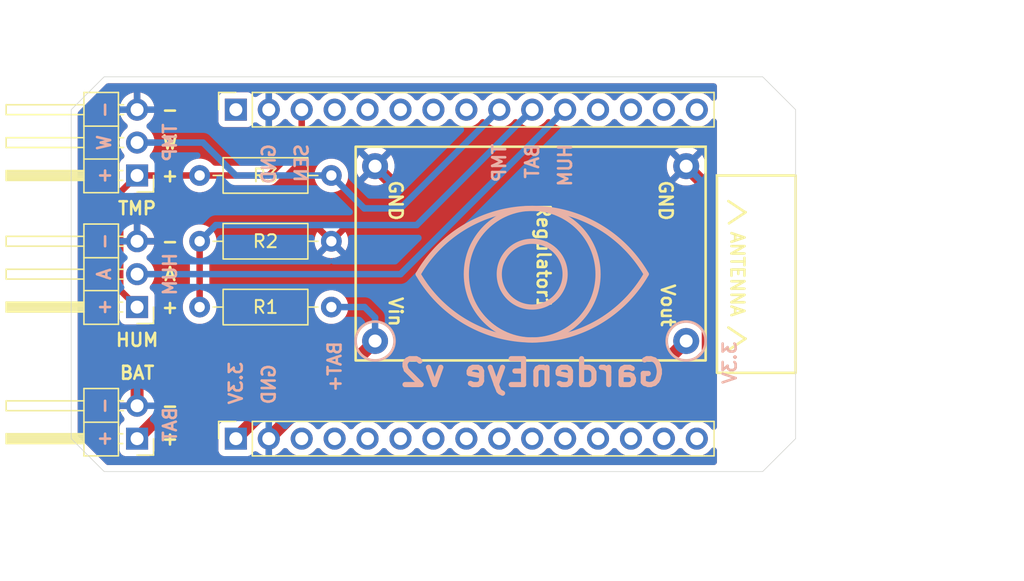
<source format=kicad_pcb>
(kicad_pcb (version 20241229) (generator "pcbnew") (generator_version "9.0")
  (layers (0 "F.Cu" signal) (2 "B.Cu" signal) (13 "F.Paste" user) (15 "B.Paste" user) (5 "F.SilkS" user "F.Silkscreen") (7 "B.SilkS" user "B.Silkscreen") (1 "F.Mask" user) (3 "B.Mask" user) (25 "Edge.Cuts" user))
  (net 0 "")
  (net 1 "BAT+")
  (net 2 "GND")
  (net 3 "3.3V")
  (net 4 "SEN")
  (net 5 "BAT")
  (net 6 "TMP")
  (net 7 "HUM")
  (footprint "Connector_PinHeader_2.54mm:PinHeader_1x03_P2.54mm_Horizontal" (layer "F.Cu") (at 27.94 33.02 180)
    (property "Reference" "TMP" (at 0 -2.54 0) (layer "F.SilkS") (effects (font (thickness 0.2) (bold yes))))
    (property "Value" "PinHeader_1x03_P2.54mm_Horizontal" (hide yes))
    (fp_line (start 10.1 5.46) (end 4.1 5.46) (stroke (width 0.12)) (layer "F.SilkS"))
    (fp_line (start 10.1 4.7) (end 10.1 5.46) (stroke (width 0.12)) (layer "F.SilkS"))
    (fp_line (start 10.1 2.92) (end 4.1 2.92) (stroke (width 0.12)) (layer "F.SilkS"))
    (fp_line (start 10.1 2.16) (end 10.1 2.92) (stroke (width 0.12)) (layer "F.SilkS"))
    (fp_line (start 10.1 0.38) (end 4.1 0.38) (stroke (width 0.12)) (layer "F.SilkS"))
    (fp_line (start 10.1 -0.38) (end 10.1 0.38) (stroke (width 0.12)) (layer "F.SilkS"))
    (fp_line (start 4.1 6.41) (end 4.1 -1.33) (stroke (width 0.12)) (layer "F.SilkS"))
    (fp_line (start 4.1 4.7) (end 10.1 4.7) (stroke (width 0.12)) (layer "F.SilkS"))
    (fp_line (start 4.1 2.16) (end 10.1 2.16) (stroke (width 0.12)) (layer "F.SilkS"))
    (fp_line (start 4.1 0.28) (end 10.1 0.28) (stroke (width 0.12)) (layer "F.SilkS"))
    (fp_line (start 4.1 0.16) (end 10.1 0.16) (stroke (width 0.12)) (layer "F.SilkS"))
    (fp_line (start 4.1 0.04) (end 10.1 0.04) (stroke (width 0.12)) (layer "F.SilkS"))
    (fp_line (start 4.1 -0.08) (end 10.1 -0.08) (stroke (width 0.12)) (layer "F.SilkS"))
    (fp_line (start 4.1 -0.2) (end 10.1 -0.2) (stroke (width 0.12)) (layer "F.SilkS"))
    (fp_line (start 4.1 -0.32) (end 10.1 -0.32) (stroke (width 0.12)) (layer "F.SilkS"))
    (fp_line (start 4.1 -0.38) (end 10.1 -0.38) (stroke (width 0.12)) (layer "F.SilkS"))
    (fp_line (start 4.1 -1.33) (end 1.44 -1.33) (stroke (width 0.12)) (layer "F.SilkS"))
    (fp_line (start 1.44 6.41) (end 4.1 6.41) (stroke (width 0.12)) (layer "F.SilkS"))
    (fp_line (start 1.44 3.81) (end 4.1 3.81) (stroke (width 0.12)) (layer "F.SilkS"))
    (fp_line (start 1.44 1.27) (end 4.1 1.27) (stroke (width 0.12)) (layer "F.SilkS"))
    (fp_line (start 1.44 -1.33) (end 1.44 6.41) (stroke (width 0.12)) (layer "F.SilkS"))
    (fp_line (start 1.11 0.38) (end 1.44 0.38) (stroke (width 0.12)) (layer "F.SilkS"))
    (fp_line (start 1.11 -0.38) (end 1.44 -0.38) (stroke (width 0.12)) (layer "F.SilkS"))
    (fp_line (start 1.042929 5.46) (end 1.44 5.46) (stroke (width 0.12)) (layer "F.SilkS"))
    (fp_line (start 1.042929 4.7) (end 1.44 4.7) (stroke (width 0.12)) (layer "F.SilkS"))
    (fp_line (start 1.042929 2.92) (end 1.44 2.92) (stroke (width 0.12)) (layer "F.SilkS"))
    (fp_line (start 1.042929 2.16) (end 1.44 2.16) (stroke (width 0.12)) (layer "F.SilkS"))
    (fp_line (start -1.27 0) (end -1.27 -1.27) (stroke (width 0.12)) (layer "F.SilkS"))
    (fp_line (start -1.27 -1.27) (end 0 -1.27) (stroke (width 0.12)) (layer "F.SilkS"))
    (pad "1" thru_hole rect (at 0 0 180) (size 1.7 1.7) (drill 1) (layers "*.Cu" "*.Mask") (net 4 "SEN"))
    (pad "2" thru_hole oval (at 0 2.54 180) (size 1.7 1.7) (drill 1) (layers "*.Cu" "*.Mask") (net 6 "TMP"))
    (pad "3" thru_hole oval (at 0 5.08 180) (size 1.7 1.7) (drill 1) (layers "*.Cu" "*.Mask") (net 2 "GND"))
  )
  (footprint "Connector_PinHeader_2.54mm:PinHeader_1x03_P2.54mm_Horizontal" (layer "F.Cu") (at 27.94 43.18 180)
    (property "Reference" "HUM" (at 0 -2.54 0) (layer "F.SilkS") (effects (font (thickness 0.2) (bold yes))))
    (property "Value" "PinHeader_1x03_P2.54mm_Horizontal" (hide yes))
    (fp_line (start 10.1 5.46) (end 4.1 5.46) (stroke (width 0.12)) (layer "F.SilkS"))
    (fp_line (start 10.1 4.7) (end 10.1 5.46) (stroke (width 0.12)) (layer "F.SilkS"))
    (fp_line (start 10.1 2.92) (end 4.1 2.92) (stroke (width 0.12)) (layer "F.SilkS"))
    (fp_line (start 10.1 2.16) (end 10.1 2.92) (stroke (width 0.12)) (layer "F.SilkS"))
    (fp_line (start 10.1 0.38) (end 4.1 0.38) (stroke (width 0.12)) (layer "F.SilkS"))
    (fp_line (start 10.1 -0.38) (end 10.1 0.38) (stroke (width 0.12)) (layer "F.SilkS"))
    (fp_line (start 4.1 6.41) (end 4.1 -1.33) (stroke (width 0.12)) (layer "F.SilkS"))
    (fp_line (start 4.1 4.7) (end 10.1 4.7) (stroke (width 0.12)) (layer "F.SilkS"))
    (fp_line (start 4.1 2.16) (end 10.1 2.16) (stroke (width 0.12)) (layer "F.SilkS"))
    (fp_line (start 4.1 0.28) (end 10.1 0.28) (stroke (width 0.12)) (layer "F.SilkS"))
    (fp_line (start 4.1 0.16) (end 10.1 0.16) (stroke (width 0.12)) (layer "F.SilkS"))
    (fp_line (start 4.1 0.04) (end 10.1 0.04) (stroke (width 0.12)) (layer "F.SilkS"))
    (fp_line (start 4.1 -0.08) (end 10.1 -0.08) (stroke (width 0.12)) (layer "F.SilkS"))
    (fp_line (start 4.1 -0.2) (end 10.1 -0.2) (stroke (width 0.12)) (layer "F.SilkS"))
    (fp_line (start 4.1 -0.32) (end 10.1 -0.32) (stroke (width 0.12)) (layer "F.SilkS"))
    (fp_line (start 4.1 -0.38) (end 10.1 -0.38) (stroke (width 0.12)) (layer "F.SilkS"))
    (fp_line (start 4.1 -1.33) (end 1.44 -1.33) (stroke (width 0.12)) (layer "F.SilkS"))
    (fp_line (start 1.44 6.41) (end 4.1 6.41) (stroke (width 0.12)) (layer "F.SilkS"))
    (fp_line (start 1.44 3.81) (end 4.1 3.81) (stroke (width 0.12)) (layer "F.SilkS"))
    (fp_line (start 1.44 1.27) (end 4.1 1.27) (stroke (width 0.12)) (layer "F.SilkS"))
    (fp_line (start 1.44 -1.33) (end 1.44 6.41) (stroke (width 0.12)) (layer "F.SilkS"))
    (fp_line (start 1.11 0.38) (end 1.44 0.38) (stroke (width 0.12)) (layer "F.SilkS"))
    (fp_line (start 1.11 -0.38) (end 1.44 -0.38) (stroke (width 0.12)) (layer "F.SilkS"))
    (fp_line (start 1.042929 5.46) (end 1.44 5.46) (stroke (width 0.12)) (layer "F.SilkS"))
    (fp_line (start 1.042929 4.7) (end 1.44 4.7) (stroke (width 0.12)) (layer "F.SilkS"))
    (fp_line (start 1.042929 2.92) (end 1.44 2.92) (stroke (width 0.12)) (layer "F.SilkS"))
    (fp_line (start 1.042929 2.16) (end 1.44 2.16) (stroke (width 0.12)) (layer "F.SilkS"))
    (fp_line (start -1.27 0) (end -1.27 -1.27) (stroke (width 0.12)) (layer "F.SilkS"))
    (fp_line (start -1.27 -1.27) (end 0 -1.27) (stroke (width 0.12)) (layer "F.SilkS"))
    (pad "1" thru_hole rect (at 0 0 180) (size 1.7 1.7) (drill 1) (layers "*.Cu" "*.Mask") (net 4 "SEN"))
    (pad "2" thru_hole oval (at 0 2.54 180) (size 1.7 1.7) (drill 1) (layers "*.Cu" "*.Mask") (net 7 "HUM"))
    (pad "3" thru_hole oval (at 0 5.08 180) (size 1.7 1.7) (drill 1) (layers "*.Cu" "*.Mask") (net 2 "GND"))
  )
  (footprint "custom:BuckBoost3.3V_0.85A" (layer "F.Cu") (at 58.8 39.3 -90)
    (property "Reference" "Regulator1" (at 0 -0.5 270) (layer "F.SilkS") (effects (font (thickness 0.2) (bold yes))))
    (property "Value" "~")
    (fp_rect (start -8.5 -13) (end 8 14) (stroke (width 0.2)) (fill no) (layer "F.SilkS"))
    (fp_circle (center 6.5 12.5) (end 8 12.5) (stroke (width 0.2)) (fill no) (layer "B.SilkS"))
    (fp_circle (center 6.5 -11.5) (end 8 -11.5) (stroke (width 0.2)) (fill no) (layer "B.SilkS"))
    (fp_text user "Vin" (at 5.5 11.5 270) (layer "F.SilkS") (effects (font (thickness 0.2) (bold yes)) (justify right bottom)))
    (fp_text user "GND" (at -6 11.5 270) (layer "F.SilkS") (effects (font (thickness 0.2) (bold yes)) (justify left bottom)))
    (fp_text user "GND" (at -6 -10.5 270) (layer "F.SilkS") (effects (font (thickness 0.2) (bold yes)) (justify left top)))
    (fp_text user "Vout" (at 5.5 -9.5 270) (layer "F.SilkS") (effects (font (thickness 0.2) (bold yes)) (justify right bottom)))
    (pad "0" thru_hole circle (at 6.5 12.5 270) (size 2 2) (drill 1) (layers "*.Cu" "*.Mask") (net 1 "BAT+"))
    (pad "1" thru_hole circle (at -7 -11.5 270) (size 2 2) (drill 1) (layers "*.Cu" "*.Mask") (net 2 "GND"))
    (pad "1" thru_hole circle (at -7 12.5 270) (size 2 2) (drill 1) (layers "*.Cu" "*.Mask") (net 2 "GND"))
    (pad "2" thru_hole circle (at 6.5 -11.5 270) (size 2 2) (drill 1) (layers "*.Cu" "*.Mask") (net 3 "3.3V"))
  )
  (footprint "Connector_PinHeader_2.54mm:PinHeader_1x02_P2.54mm_Horizontal" (layer "F.Cu") (at 27.94 53.34 180)
    (property "Reference" "BAT" (at 0 5.08 0) (layer "F.SilkS") (effects (font (thickness 0.2) (bold yes))))
    (property "Value" "PinHeader_1x02_P2.54mm_Horizontal" (hide yes))
    (fp_line (start 10.1 2.92) (end 4.1 2.92) (stroke (width 0.12)) (layer "F.SilkS"))
    (fp_line (start 10.1 2.16) (end 10.1 2.92) (stroke (width 0.12)) (layer "F.SilkS"))
    (fp_line (start 10.1 0.38) (end 4.1 0.38) (stroke (width 0.12)) (layer "F.SilkS"))
    (fp_line (start 10.1 -0.38) (end 10.1 0.38) (stroke (width 0.12)) (layer "F.SilkS"))
    (fp_line (start 4.1 3.87) (end 4.1 -1.33) (stroke (width 0.12)) (layer "F.SilkS"))
    (fp_line (start 4.1 2.16) (end 10.1 2.16) (stroke (width 0.12)) (layer "F.SilkS"))
    (fp_line (start 4.1 0.28) (end 10.1 0.28) (stroke (width 0.12)) (layer "F.SilkS"))
    (fp_line (start 4.1 0.16) (end 10.1 0.16) (stroke (width 0.12)) (layer "F.SilkS"))
    (fp_line (start 4.1 0.04) (end 10.1 0.04) (stroke (width 0.12)) (layer "F.SilkS"))
    (fp_line (start 4.1 -0.08) (end 10.1 -0.08) (stroke (width 0.12)) (layer "F.SilkS"))
    (fp_line (start 4.1 -0.2) (end 10.1 -0.2) (stroke (width 0.12)) (layer "F.SilkS"))
    (fp_line (start 4.1 -0.32) (end 10.1 -0.32) (stroke (width 0.12)) (layer "F.SilkS"))
    (fp_line (start 4.1 -0.38) (end 10.1 -0.38) (stroke (width 0.12)) (layer "F.SilkS"))
    (fp_line (start 4.1 -1.33) (end 1.44 -1.33) (stroke (width 0.12)) (layer "F.SilkS"))
    (fp_line (start 1.44 3.87) (end 4.1 3.87) (stroke (width 0.12)) (layer "F.SilkS"))
    (fp_line (start 1.44 1.27) (end 4.1 1.27) (stroke (width 0.12)) (layer "F.SilkS"))
    (fp_line (start 1.44 -1.33) (end 1.44 3.87) (stroke (width 0.12)) (layer "F.SilkS"))
    (fp_line (start 1.11 0.38) (end 1.44 0.38) (stroke (width 0.12)) (layer "F.SilkS"))
    (fp_line (start 1.11 -0.38) (end 1.44 -0.38) (stroke (width 0.12)) (layer "F.SilkS"))
    (fp_line (start 1.042929 2.92) (end 1.44 2.92) (stroke (width 0.12)) (layer "F.SilkS"))
    (fp_line (start 1.042929 2.16) (end 1.44 2.16) (stroke (width 0.12)) (layer "F.SilkS"))
    (fp_line (start -1.27 0) (end -1.27 -1.27) (stroke (width 0.12)) (layer "F.SilkS"))
    (fp_line (start -1.27 -1.27) (end 0 -1.27) (stroke (width 0.12)) (layer "F.SilkS"))
    (pad "1" thru_hole rect (at 0 0 180) (size 1.7 1.7) (drill 1) (layers "*.Cu" "*.Mask") (net 1 "BAT+"))
    (pad "2" thru_hole oval (at 0 2.54 180) (size 1.7 1.7) (drill 1) (layers "*.Cu" "*.Mask") (net 2 "GND"))
  )
  (footprint "Connector_PinSocket_2.54mm:PinSocket_1x15_P2.54mm_Vertical" (layer "F.Cu") (at 35.56 27.94 90)
    (property "Reference" "BoardRight" (hide yes))
    (property "Value" "PinSocket_1x15_P2.54mm_Vertical" (hide yes))
    (fp_line (start 1.33 -1.33) (end 1.33 0) (stroke (width 0.12)) (layer "F.SilkS"))
    (fp_line (start 0 -1.33) (end 1.33 -1.33) (stroke (width 0.12)) (layer "F.SilkS"))
    (fp_line (start 1.33 1.27) (end 1.33 36.89) (stroke (width 0.12)) (layer "F.SilkS"))
    (fp_line (start -1.33 1.27) (end 1.33 1.27) (stroke (width 0.12)) (layer "F.SilkS"))
    (fp_line (start -1.33 1.27) (end -1.33 36.89) (stroke (width 0.12)) (layer "F.SilkS"))
    (fp_line (start -1.33 36.89) (end 1.33 36.89) (stroke (width 0.12)) (layer "F.SilkS"))
    (pad "1" thru_hole rect (at 0 0 90) (size 1.7 1.7) (drill 1) (layers "*.Cu" "*.Mask"))
    (pad "2" thru_hole oval (at 0 2.54 90) (size 1.7 1.7) (drill 1) (layers "*.Cu" "*.Mask") (net 2 "GND"))
    (pad "3" thru_hole oval (at 0 5.08 90) (size 1.7 1.7) (drill 1) (layers "*.Cu" "*.Mask") (net 4 "SEN"))
    (pad "4" thru_hole oval (at 0 7.62 90) (size 1.7 1.7) (drill 1) (layers "*.Cu" "*.Mask"))
    (pad "5" thru_hole oval (at 0 10.16 90) (size 1.7 1.7) (drill 1) (layers "*.Cu" "*.Mask"))
    (pad "6" thru_hole oval (at 0 12.7 90) (size 1.7 1.7) (drill 1) (layers "*.Cu" "*.Mask"))
    (pad "7" thru_hole oval (at 0 15.24 90) (size 1.7 1.7) (drill 1) (layers "*.Cu" "*.Mask"))
    (pad "8" thru_hole oval (at 0 17.78 90) (size 1.7 1.7) (drill 1) (layers "*.Cu" "*.Mask"))
    (pad "9" thru_hole oval (at 0 20.32 90) (size 1.7 1.7) (drill 1) (layers "*.Cu" "*.Mask") (net 6 "TMP"))
    (pad "10" thru_hole oval (at 0 22.86 90) (size 1.7 1.7) (drill 1) (layers "*.Cu" "*.Mask") (net 5 "BAT"))
    (pad "11" thru_hole oval (at 0 25.4 90) (size 1.7 1.7) (drill 1) (layers "*.Cu" "*.Mask") (net 7 "HUM"))
    (pad "12" thru_hole oval (at 0 27.94 90) (size 1.7 1.7) (drill 1) (layers "*.Cu" "*.Mask"))
    (pad "13" thru_hole oval (at 0 30.48 90) (size 1.7 1.7) (drill 1) (layers "*.Cu" "*.Mask"))
    (pad "14" thru_hole oval (at 0 33.02 90) (size 1.7 1.7) (drill 1) (layers "*.Cu" "*.Mask"))
    (pad "15" thru_hole oval (at 0 35.56 90) (size 1.7 1.7) (drill 1) (layers "*.Cu" "*.Mask"))
  )
  (footprint "MountingHole:MountingHole_2.1mm" (layer "F.Cu") (at 74.64 52.47)
    (property "Reference" "REF**" (hide yes))
    (property "Value" "MountingHole_2.1mm" (hide yes))
    (pad "" np_thru_hole circle (at 0 0) (size 3 3) (drill 3) (layers "*.Cu" "*.Mask"))
  )
  (footprint "Resistor_THT:R_Axial_DIN0207_L6.3mm_D2.5mm_P10.16mm_Horizontal" (layer "F.Cu") (at 32.766 38.1)
    (property "Reference" "R2" (at 5.08 0 0) (layer "F.SilkS"))
    (property "Value" "1M")
    (fp_line (start 1.04 0) (end 1.81 0) (stroke (width 0.12)) (layer "F.SilkS"))
    (fp_line (start 9.12 0) (end 8.35 0) (stroke (width 0.12)) (layer "F.SilkS"))
    (fp_rect (start 1.81 -1.37) (end 8.35 1.37) (stroke (width 0.12)) (fill no) (layer "F.SilkS"))
    (pad "1" thru_hole circle (at 0 0) (size 1.6 1.6) (drill 0.8) (layers "*.Cu" "*.Mask") (net 5 "BAT"))
    (pad "2" thru_hole circle (at 10.16 0) (size 1.6 1.6) (drill 0.8) (layers "*.Cu" "*.Mask") (net 2 "GND"))
  )
  (footprint "Resistor_THT:R_Axial_DIN0207_L6.3mm_D2.5mm_P10.16mm_Horizontal" (layer "F.Cu") (at 32.766 33.02)
    (property "Reference" "R3" (at 5.08 0 0) (layer "F.SilkS"))
    (property "Value" "4.7k")
    (fp_line (start 1.04 0) (end 1.81 0) (stroke (width 0.12)) (layer "F.SilkS"))
    (fp_line (start 9.12 0) (end 8.35 0) (stroke (width 0.12)) (layer "F.SilkS"))
    (fp_rect (start 1.81 -1.37) (end 8.35 1.37) (stroke (width 0.12)) (fill no) (layer "F.SilkS"))
    (pad "1" thru_hole circle (at 0 0) (size 1.6 1.6) (drill 0.8) (layers "*.Cu" "*.Mask") (net 4 "SEN"))
    (pad "2" thru_hole circle (at 10.16 0) (size 1.6 1.6) (drill 0.8) (layers "*.Cu" "*.Mask") (net 6 "TMP"))
  )
  (footprint "Connector_PinSocket_2.54mm:PinSocket_1x15_P2.54mm_Vertical" (layer "F.Cu") (at 35.56 53.34 90)
    (property "Reference" "BoardLeft" (hide yes))
    (property "Value" "PinSocket_1x15_P2.54mm_Vertical" (hide yes))
    (fp_line (start 1.33 -1.33) (end 1.33 0) (stroke (width 0.12)) (layer "F.SilkS"))
    (fp_line (start 0 -1.33) (end 1.33 -1.33) (stroke (width 0.12)) (layer "F.SilkS"))
    (fp_line (start 1.33 1.27) (end 1.33 36.89) (stroke (width 0.12)) (layer "F.SilkS"))
    (fp_line (start -1.33 1.27) (end 1.33 1.27) (stroke (width 0.12)) (layer "F.SilkS"))
    (fp_line (start -1.33 1.27) (end -1.33 36.89) (stroke (width 0.12)) (layer "F.SilkS"))
    (fp_line (start -1.33 36.89) (end 1.33 36.89) (stroke (width 0.12)) (layer "F.SilkS"))
    (pad "1" thru_hole rect (at 0 0 90) (size 1.7 1.7) (drill 1) (layers "*.Cu" "*.Mask") (net 3 "3.3V"))
    (pad "2" thru_hole oval (at 0 2.54 90) (size 1.7 1.7) (drill 1) (layers "*.Cu" "*.Mask") (net 2 "GND"))
    (pad "3" thru_hole oval (at 0 5.08 90) (size 1.7 1.7) (drill 1) (layers "*.Cu" "*.Mask"))
    (pad "4" thru_hole oval (at 0 7.62 90) (size 1.7 1.7) (drill 1) (layers "*.Cu" "*.Mask"))
    (pad "5" thru_hole oval (at 0 10.16 90) (size 1.7 1.7) (drill 1) (layers "*.Cu" "*.Mask"))
    (pad "6" thru_hole oval (at 0 12.7 90) (size 1.7 1.7) (drill 1) (layers "*.Cu" "*.Mask"))
    (pad "7" thru_hole oval (at 0 15.24 90) (size 1.7 1.7) (drill 1) (layers "*.Cu" "*.Mask"))
    (pad "8" thru_hole oval (at 0 17.78 90) (size 1.7 1.7) (drill 1) (layers "*.Cu" "*.Mask"))
    (pad "9" thru_hole oval (at 0 20.32 90) (size 1.7 1.7) (drill 1) (layers "*.Cu" "*.Mask"))
    (pad "10" thru_hole oval (at 0 22.86 90) (size 1.7 1.7) (drill 1) (layers "*.Cu" "*.Mask"))
    (pad "11" thru_hole oval (at 0 25.4 90) (size 1.7 1.7) (drill 1) (layers "*.Cu" "*.Mask"))
    (pad "12" thru_hole oval (at 0 27.94 90) (size 1.7 1.7) (drill 1) (layers "*.Cu" "*.Mask"))
    (pad "13" thru_hole oval (at 0 30.48 90) (size 1.7 1.7) (drill 1) (layers "*.Cu" "*.Mask"))
    (pad "14" thru_hole oval (at 0 33.02 90) (size 1.7 1.7) (drill 1) (layers "*.Cu" "*.Mask"))
    (pad "15" thru_hole oval (at 0 35.56 90) (size 1.7 1.7) (drill 1) (layers "*.Cu" "*.Mask"))
  )
  (footprint "Resistor_THT:R_Axial_DIN0207_L6.3mm_D2.5mm_P10.16mm_Horizontal" (layer "F.Cu") (at 42.926 43.18 180)
    (property "Reference" "R1" (at 5.08 0 0) (layer "F.SilkS"))
    (property "Value" "1M")
    (fp_line (start 9.12 0) (end 8.35 0) (stroke (width 0.12)) (layer "F.SilkS"))
    (fp_line (start 1.04 0) (end 1.81 0) (stroke (width 0.12)) (layer "F.SilkS"))
    (fp_rect (start 1.81 -1.37) (end 8.35 1.37) (stroke (width 0.12)) (fill no) (layer "F.SilkS"))
    (pad "1" thru_hole circle (at 0 0 180) (size 1.6 1.6) (drill 0.8) (layers "*.Cu" "*.Mask") (net 1 "BAT+"))
    (pad "2" thru_hole circle (at 10.16 0 180) (size 1.6 1.6) (drill 0.8) (layers "*.Cu" "*.Mask") (net 5 "BAT"))
  )
  (footprint "MountingHole:MountingHole_2.1mm" (layer "F.Cu") (at 74.64 28.81)
    (property "Reference" "REF**" (hide yes))
    (property "Value" "MountingHole_2.1mm" (hide yes))
    (pad "" np_thru_hole circle (at 0 0) (size 3 3) (drill 3) (layers "*.Cu" "*.Mask"))
  )
  (gr_rect (start 72.672235 33.02) (end 78.74 48.26) (stroke (width 0.2)) (fill no) (layer "F.SilkS"))
  (gr_circle (center 58.42 40.64) (end 63.5 40.64) (stroke (width 0.4)) (fill no) (layer "B.SilkS"))
  (gr_arc (start 49.620636 40.640946) (mid 53.339527 36.921455) (end 58.42 35.56) (stroke (width 0.4)) (layer "B.SilkS"))
  (gr_arc (start 58.42 35.56) (mid 63.496818 36.919346) (end 67.215142 40.633638) (stroke (width 0.4)) (layer "B.SilkS"))
  (gr_circle (center 58.42 40.64) (end 60.96 40.64) (stroke (width 0.4)) (fill no) (layer "B.SilkS"))
  (gr_arc (start 58.42 45.72) (mid 53.340236 44.358955) (end 49.621455 40.640473) (stroke (width 0.4)) (layer "B.SilkS"))
  (gr_arc (start 67.220654 40.636818) (mid 63.501591 44.3579) (end 58.42 45.72) (stroke (width 0.4)) (layer "B.SilkS"))
  (gr_poly (pts (xy 76.2 25.4) (xy 25.4 25.4) (xy 22.86 27.94) (xy 22.86 53.34) (xy 25.4 55.88) (xy 76.2 55.88) (xy 78.74 53.34) (xy 78.74 27.94)) (stroke (width 0.05)) (fill no) (layer "Edge.Cuts"))
  (gr_text "A" (at 30.48 40.64 0) (layer "F.SilkS") (effects (font (size 1 1) (thickness 0.2) (bold yes))))
  (gr_text "-" (at 30.48 50.8 0) (layer "F.SilkS") (effects (font (size 1 1) (thickness 0.2) (bold yes))))
  (gr_text "+" (at 30.48 53.34 0) (layer "F.SilkS") (effects (font (size 1 1) (thickness 0.2) (bold yes))))
  (gr_text "+" (at 30.48 43.18 0) (layer "F.SilkS") (effects (font (size 1 1) (thickness 0.2) (bold yes))))
  (gr_text "W" (at 30.48 30.48 0) (layer "F.SilkS") (effects (font (size 1 1) (thickness 0.2) (bold yes))))
  (gr_text "-" (at 30.48 38.1 0) (layer "F.SilkS") (effects (font (size 1 1) (thickness 0.2) (bold yes))))
  (gr_text "+" (at 30.48 33.02 0) (layer "F.SilkS") (effects (font (size 1 1) (thickness 0.2) (bold yes))))
  (gr_text "/\\ ANTENNA /\\" (at 73.66 40.64 270) (layer "F.SilkS") (effects (font (size 1 1) (thickness 0.2) (bold yes)) (justify bottom)))
  (gr_text "-" (at 30.48 27.94 0) (layer "F.SilkS") (effects (font (size 1 1) (thickness 0.2) (bold yes))))
  (gr_text "3.3V" (at 35.56 50.8 90) (layer "B.SilkS") (effects (font (size 1 1) (thickness 0.2) (bold yes)) (justify right mirror)))
  (gr_text "GND" (at 38.1 30.48 90) (layer "B.SilkS") (effects (font (size 1 1) (thickness 0.2) (bold yes)) (justify left mirror)))
  (gr_text "GardenEye v2" (at 58.42 48.26 0) (layer "B.SilkS") (effects (font (size 2 2) (thickness 0.4) (bold yes)) (justify mirror)))
  (gr_text "3.3V" (at 73.66 45.72 90) (layer "B.SilkS") (effects (font (size 1 1) (thickness 0.2) (bold yes)) (justify left mirror)))
  (gr_text "+\n" (at 25.4 43.18 90) (layer "B.SilkS") (effects (font (size 1 1) (thickness 0.2) (bold yes)) (justify mirror)))
  (gr_text "-" (at 25.4 38.1 90) (layer "B.SilkS") (effects (font (size 1 1) (thickness 0.2) (bold yes)) (justify mirror)))
  (gr_text "GND" (at 38.1 50.8 90) (layer "B.SilkS") (effects (font (size 1 1) (thickness 0.2) (bold yes)) (justify right mirror)))
  (gr_text "HUM" (at 30.48 40.64 90) (layer "B.SilkS") (effects (font (size 1 1) (thickness 0.2) (bold yes)) (justify mirror)))
  (gr_text "BAT" (at 30.48 50.8 90) (layer "B.SilkS") (effects (font (size 1 1) (thickness 0.2) (bold yes)) (justify left mirror)))
  (gr_text "A" (at 25.4 40.64 90) (layer "B.SilkS") (effects (font (size 1 1) (thickness 0.2) (bold yes)) (justify mirror)))
  (gr_text "-" (at 25.4 27.94 90) (layer "B.SilkS") (effects (font (size 1 1) (thickness 0.2) (bold yes)) (justify mirror)))
  (gr_text "TMP" (at 30.48 30.48 90) (layer "B.SilkS") (effects (font (size 1 1) (thickness 0.2) (bold yes)) (justify mirror)))
  (gr_text "SEN" (at 40.64 30.48 90) (layer "B.SilkS") (effects (font (size 1 1) (thickness 0.2) (bold yes)) (justify left mirror)))
  (gr_text "TMP" (at 55.88 30.48 90) (layer "B.SilkS") (effects (font (size 1 1) (thickness 0.2) (bold yes)) (justify left mirror)))
  (gr_text "-" (at 25.4 50.8 90) (layer "B.SilkS") (effects (font (size 1 1) (thickness 0.2) (bold yes)) (justify mirror)))
  (gr_text "BAT+" (at 43.18 45.72 90) (layer "B.SilkS") (effects (font (size 1 1) (thickness 0.2) (bold yes)) (justify left mirror)))
  (gr_text "W" (at 25.4 30.48 90) (layer "B.SilkS") (effects (font (size 1 1) (thickness 0.2) (bold yes)) (justify mirror)))
  (gr_text "HUM" (at 60.96 30.48 90) (layer "B.SilkS") (effects (font (size 1 1) (thickness 0.2) (bold yes)) (justify left mirror)))
  (gr_text "BAT" (at 58.42 30.48 90) (layer "B.SilkS") (effects (font (size 1 1) (thickness 0.2) (bold yes)) (justify left mirror)))
  (gr_text "+\n" (at 25.4 53.34 90) (layer "B.SilkS") (effects (font (size 1 1) (thickness 0.2) (bold yes)) (justify mirror)))
  (gr_text "+\n" (at 25.4 33.02 90) (layer "B.SilkS") (effects (font (size 1 1) (thickness 0.2) (bold yes)) (justify mirror)))
  (segment (start 27.94 53.34) (end 33.02 48.26) (width 1) (layer "F.Cu") (net 1))
  (segment (start 33.02 48.26) (end 43.84 48.26) (width 1) (layer "F.Cu") (net 1))
  (segment (start 43.84 48.26) (end 46.3 45.8) (width 1) (layer "F.Cu") (net 1))
  (segment (start 45.493152 43.18) (end 46.3 43.986848) (width 0.5) (layer "B.Cu") (net 1))
  (segment (start 42.926 43.18) (end 45.493152 43.18) (width 0.5) (layer "B.Cu") (net 1))
  (segment (start 46.3 43.986848) (end 46.3 45.8) (width 0.5) (layer "B.Cu") (net 1))
  (segment (start 67.720164 51.054) (end 72 46.774164) (width 1) (layer "F.Cu") (net 2))
  (segment (start 67.720164 51.054) (end 40.386 51.054) (width 1) (layer "F.Cu") (net 2))
  (segment (start 72 46.774164) (end 72 34) (width 1) (layer "F.Cu") (net 2))
  (segment (start 72 34) (end 70.3 32.3) (width 1) (layer "F.Cu") (net 2))
  (segment (start 42.568 46.482) (end 48.26 40.79) (width 1) (layer "F.Cu") (net 2))
  (segment (start 40.386 51.054) (end 38.1 53.34) (width 1) (layer "F.Cu") (net 2))
  (segment (start 29.718 46.482) (end 42.568 46.482) (width 1) (layer "F.Cu") (net 2))
  (segment (start 27.94 50.8) (end 27.94 48.26) (width 1) (layer "F.Cu") (net 2))
  (segment (start 27.94 48.26) (end 29.718 46.482) (width 1) (layer "F.Cu") (net 2))
  (segment (start 48.26 34.26) (end 46.3 32.3) (width 1) (layer "F.Cu") (net 2))
  (segment (start 48.26 40.79) (end 48.26 34.26) (width 1) (layer "F.Cu") (net 2))
  (segment (start 66.57 49.53) (end 70.3 45.8) (width 1) (layer "F.Cu") (net 3))
  (segment (start 39.37 49.53) (end 35.56 53.34) (width 1) (layer "F.Cu") (net 3))
  (segment (start 39.37 49.53) (end 66.57 49.53) (width 1) (layer "F.Cu") (net 3))
  (segment (start 32.766 33.02) (end 38.1 33.02) (width 0.5) (layer "F.Cu") (net 4))
  (segment (start 38.1 33.02) (end 40.64 30.48) (width 0.5) (layer "F.Cu") (net 4))
  (segment (start 27.94 33.02) (end 32.766 33.02) (width 0.5) (layer "F.Cu") (net 4))
  (segment (start 26.639 41.879) (end 26.639 34.321) (width 0.5) (layer "F.Cu") (net 4))
  (segment (start 40.64 30.48) (end 40.64 27.94) (width 0.5) (layer "F.Cu") (net 4))
  (segment (start 26.639 34.321) (end 27.94 33.02) (width 0.5) (layer "F.Cu") (net 4))
  (segment (start 27.94 43.18) (end 26.639 41.879) (width 0.5) (layer "F.Cu") (net 4))
  (segment (start 32.766 38.1) (end 32.766 43.18) (width 0.5) (layer "F.Cu") (net 5))
  (segment (start 58.42 27.94) (end 49.511 36.849) (width 0.5) (layer "B.Cu") (net 5))
  (segment (start 49.511 36.849) (end 34.017 36.849) (width 0.5) (layer "B.Cu") (net 5))
  (segment (start 34.017 36.849) (end 32.766 38.1) (width 0.5) (layer "B.Cu") (net 5))
  (segment (start 35.56 33.02) (end 42.926 33.02) (width 0.5) (layer "B.Cu") (net 6))
  (segment (start 27.94 30.48) (end 33.02 30.48) (width 0.5) (layer "B.Cu") (net 6))
  (segment (start 48.26 35.56) (end 45.466 35.56) (width 0.5) (layer "B.Cu") (net 6))
  (segment (start 45.466 35.56) (end 42.926 33.02) (width 0.5) (layer "B.Cu") (net 6))
  (segment (start 55.88 27.94) (end 48.26 35.56) (width 0.5) (layer "B.Cu") (net 6))
  (segment (start 33.02 30.48) (end 35.56 33.02) (width 0.5) (layer "B.Cu") (net 6))
  (segment (start 60.96 27.94) (end 48.26 40.64) (width 0.5) (layer "B.Cu") (net 7))
  (segment (start 28.05 40.75) (end 27.94 40.64) (width 0.5) (layer "B.Cu") (net 7))
  (segment (start 48.26 40.64) (end 27.94 40.64) (width 0.5) (layer "B.Cu") (net 7))
  (zone (net 2) (net_name "GND") (layers "F.Cu" "B.Cu") (connect_pads (clearance 0.5)) (min_thickness 0.5) (fill yes (thermal_gap 0.5) (thermal_bridge_width 0.5))
    (polygon (pts (xy 72.672235 55.88) (xy 72.672235 25.4) (xy 22.86 25.4) (xy 22.86 55.88)))
  )
)
</source>
